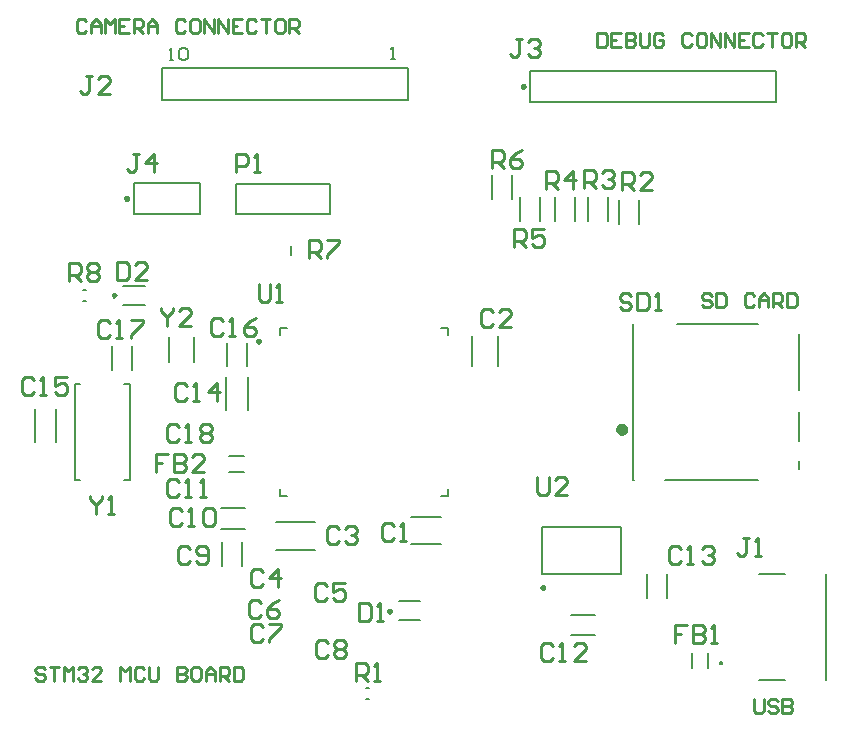
<source format=gto>
%FSTAX23Y23*%
%MOIN*%
%SFA1B1*%

%IPPOS*%
%ADD10C,0.009840*%
%ADD11C,0.019680*%
%ADD12C,0.007870*%
%ADD13C,0.005000*%
%ADD14C,0.006000*%
%ADD15C,0.010000*%
%LN5th_year_project-1*%
%LPD*%
G54D10*
X02231Y02359D02*
D01*
X02231Y02359*
X02231Y0236*
X0223Y0236*
X0223Y0236*
X0223Y02361*
X0223Y02361*
X0223Y02361*
X0223Y02362*
X0223Y02362*
X02229Y02362*
X02229Y02362*
X02229Y02363*
X02229Y02363*
X02228Y02363*
X02228Y02363*
X02228Y02363*
X02228Y02364*
X02227Y02364*
X02227Y02364*
X02227Y02364*
X02226Y02364*
X02226Y02364*
X02226*
X02225Y02364*
X02225Y02364*
X02224Y02364*
X02224Y02364*
X02224Y02364*
X02224Y02363*
X02223Y02363*
X02223Y02363*
X02223Y02363*
X02222Y02363*
X02222Y02362*
X02222Y02362*
X02222Y02362*
X02222Y02362*
X02221Y02361*
X02221Y02361*
X02221Y02361*
X02221Y0236*
X02221Y0236*
X02221Y0236*
X02221Y02359*
X02221Y02359*
X02221Y02359*
X02221Y02358*
X02221Y02358*
X02221Y02358*
X02221Y02357*
X02221Y02357*
X02221Y02357*
X02222Y02356*
X02222Y02356*
X02222Y02356*
X02222Y02356*
X02222Y02355*
X02223Y02355*
X02223Y02355*
X02223Y02355*
X02224Y02355*
X02224Y02354*
X02224Y02354*
X02224Y02354*
X02225Y02354*
X02225Y02354*
X02226Y02354*
X02226*
X02226Y02354*
X02227Y02354*
X02227Y02354*
X02227Y02354*
X02228Y02354*
X02228Y02355*
X02228Y02355*
X02228Y02355*
X02229Y02355*
X02229Y02355*
X02229Y02356*
X02229Y02356*
X0223Y02356*
X0223Y02356*
X0223Y02357*
X0223Y02357*
X0223Y02357*
X0223Y02358*
X0223Y02358*
X02231Y02358*
X02231Y02359*
X02231Y02359*
X03113Y03208D02*
D01*
X03113Y03209*
X03113Y03209*
X03113Y03209*
X03113Y0321*
X03113Y0321*
X03113Y0321*
X03113Y0321*
X03112Y03211*
X03112Y03211*
X03112Y03211*
X03112Y03212*
X03111Y03212*
X03111Y03212*
X03111Y03212*
X03111Y03212*
X0311Y03213*
X0311Y03213*
X0311Y03213*
X03109Y03213*
X03109Y03213*
X03109Y03213*
X03108Y03213*
X03108*
X03108Y03213*
X03107Y03213*
X03107Y03213*
X03107Y03213*
X03106Y03213*
X03106Y03213*
X03106Y03212*
X03105Y03212*
X03105Y03212*
X03105Y03212*
X03105Y03212*
X03104Y03211*
X03104Y03211*
X03104Y03211*
X03104Y0321*
X03104Y0321*
X03104Y0321*
X03103Y0321*
X03103Y03209*
X03103Y03209*
X03103Y03209*
X03103Y03208*
X03103Y03208*
X03103Y03207*
X03103Y03207*
X03103Y03207*
X03104Y03206*
X03104Y03206*
X03104Y03206*
X03104Y03206*
X03104Y03205*
X03104Y03205*
X03105Y03205*
X03105Y03205*
X03105Y03204*
X03105Y03204*
X03106Y03204*
X03106Y03204*
X03106Y03204*
X03107Y03203*
X03107Y03203*
X03107Y03203*
X03108Y03203*
X03108Y03203*
X03108*
X03109Y03203*
X03109Y03203*
X03109Y03203*
X0311Y03203*
X0311Y03204*
X0311Y03204*
X03111Y03204*
X03111Y03204*
X03111Y03204*
X03111Y03205*
X03112Y03205*
X03112Y03205*
X03112Y03205*
X03112Y03206*
X03113Y03206*
X03113Y03206*
X03113Y03206*
X03113Y03207*
X03113Y03207*
X03113Y03207*
X03113Y03208*
X03113Y03208*
X02666Y01459D02*
D01*
X02666Y01459*
X02666Y0146*
X02666Y0146*
X02666Y01461*
X02666Y01461*
X02665Y01461*
X02665Y01461*
X02665Y01462*
X02665Y01462*
X02665Y01462*
X02664Y01463*
X02664Y01463*
X02664Y01463*
X02664Y01463*
X02663Y01463*
X02663Y01464*
X02663Y01464*
X02662Y01464*
X02662Y01464*
X02662Y01464*
X02661Y01464*
X02661Y01464*
X02661*
X0266Y01464*
X0266Y01464*
X0266Y01464*
X02659Y01464*
X02659Y01464*
X02659Y01464*
X02658Y01463*
X02658Y01463*
X02658Y01463*
X02658Y01463*
X02657Y01463*
X02657Y01462*
X02657Y01462*
X02657Y01462*
X02657Y01461*
X02656Y01461*
X02656Y01461*
X02656Y01461*
X02656Y0146*
X02656Y0146*
X02656Y01459*
X02656Y01459*
X02656Y01459*
X02656Y01458*
X02656Y01458*
X02656Y01458*
X02656Y01457*
X02656Y01457*
X02657Y01457*
X02657Y01457*
X02657Y01456*
X02657Y01456*
X02657Y01456*
X02658Y01455*
X02658Y01455*
X02658Y01455*
X02658Y01455*
X02659Y01455*
X02659Y01455*
X02659Y01454*
X0266Y01454*
X0266Y01454*
X0266Y01454*
X02661Y01454*
X02661*
X02661Y01454*
X02662Y01454*
X02662Y01454*
X02662Y01454*
X02663Y01455*
X02663Y01455*
X02663Y01455*
X02664Y01455*
X02664Y01455*
X02664Y01455*
X02664Y01456*
X02665Y01456*
X02665Y01456*
X02665Y01457*
X02665Y01457*
X02665Y01457*
X02666Y01457*
X02666Y01458*
X02666Y01458*
X02666Y01458*
X02666Y01459*
X02666Y01459*
X01749Y02512D02*
D01*
X01749Y02513*
X01748Y02513*
X01748Y02513*
X01748Y02514*
X01748Y02514*
X01748Y02514*
X01748Y02515*
X01748Y02515*
X01748Y02515*
X01747Y02515*
X01747Y02516*
X01747Y02516*
X01747Y02516*
X01746Y02516*
X01746Y02517*
X01746Y02517*
X01745Y02517*
X01745Y02517*
X01745Y02517*
X01744Y02517*
X01744Y02517*
X01744Y02517*
X01743*
X01743Y02517*
X01743Y02517*
X01742Y02517*
X01742Y02517*
X01742Y02517*
X01741Y02517*
X01741Y02517*
X01741Y02516*
X01741Y02516*
X0174Y02516*
X0174Y02516*
X0174Y02515*
X0174Y02515*
X01739Y02515*
X01739Y02515*
X01739Y02514*
X01739Y02514*
X01739Y02514*
X01739Y02513*
X01739Y02513*
X01739Y02513*
X01739Y02512*
X01739Y02512*
X01739Y02512*
X01739Y02511*
X01739Y02511*
X01739Y02511*
X01739Y0251*
X01739Y0251*
X01739Y0251*
X0174Y02509*
X0174Y02509*
X0174Y02509*
X0174Y02509*
X01741Y02508*
X01741Y02508*
X01741Y02508*
X01741Y02508*
X01742Y02508*
X01742Y02508*
X01742Y02508*
X01743Y02507*
X01743Y02507*
X01743Y02507*
X01744*
X01744Y02507*
X01744Y02507*
X01745Y02508*
X01745Y02508*
X01745Y02508*
X01746Y02508*
X01746Y02508*
X01746Y02508*
X01747Y02508*
X01747Y02509*
X01747Y02509*
X01747Y02509*
X01748Y02509*
X01748Y0251*
X01748Y0251*
X01748Y0251*
X01748Y02511*
X01748Y02511*
X01748Y02511*
X01748Y02512*
X01749Y02512*
X01749Y02512*
X01791Y02834D02*
D01*
X01791Y02834*
X01791Y02835*
X01791Y02835*
X01791Y02836*
X01791Y02836*
X0179Y02836*
X0179Y02836*
X0179Y02837*
X0179Y02837*
X0179Y02837*
X01789Y02838*
X01789Y02838*
X01789Y02838*
X01789Y02838*
X01788Y02838*
X01788Y02839*
X01788Y02839*
X01787Y02839*
X01787Y02839*
X01787Y02839*
X01786Y02839*
X01786Y02839*
X01786*
X01785Y02839*
X01785Y02839*
X01785Y02839*
X01784Y02839*
X01784Y02839*
X01784Y02839*
X01783Y02838*
X01783Y02838*
X01783Y02838*
X01783Y02838*
X01782Y02838*
X01782Y02837*
X01782Y02837*
X01782Y02837*
X01782Y02836*
X01781Y02836*
X01781Y02836*
X01781Y02836*
X01781Y02835*
X01781Y02835*
X01781Y02834*
X01781Y02834*
X01781Y02834*
X01781Y02833*
X01781Y02833*
X01781Y02833*
X01781Y02832*
X01781Y02832*
X01782Y02832*
X01782Y02832*
X01782Y02831*
X01782Y02831*
X01782Y02831*
X01783Y0283*
X01783Y0283*
X01783Y0283*
X01783Y0283*
X01784Y0283*
X01784Y0283*
X01784Y02829*
X01785Y02829*
X01785Y02829*
X01785Y02829*
X01786Y02829*
X01786*
X01786Y02829*
X01787Y02829*
X01787Y02829*
X01787Y02829*
X01788Y0283*
X01788Y0283*
X01788Y0283*
X01789Y0283*
X01789Y0283*
X01789Y0283*
X01789Y02831*
X0179Y02831*
X0179Y02831*
X0179Y02832*
X0179Y02832*
X0179Y02832*
X01791Y02832*
X01791Y02833*
X01791Y02833*
X01791Y02833*
X01791Y02834*
X01791Y02834*
X03178Y01538D02*
D01*
X03178Y01538*
X03178Y01539*
X03178Y01539*
X03177Y01539*
X03177Y0154*
X03177Y0154*
X03177Y0154*
X03177Y0154*
X03177Y01541*
X03176Y01541*
X03176Y01541*
X03176Y01542*
X03176Y01542*
X03175Y01542*
X03175Y01542*
X03175Y01542*
X03175Y01542*
X03174Y01543*
X03174Y01543*
X03174Y01543*
X03173Y01543*
X03173Y01543*
X03173*
X03172Y01543*
X03172Y01543*
X03172Y01543*
X03171Y01543*
X03171Y01542*
X03171Y01542*
X0317Y01542*
X0317Y01542*
X0317Y01542*
X03169Y01542*
X03169Y01541*
X03169Y01541*
X03169Y01541*
X03169Y0154*
X03168Y0154*
X03168Y0154*
X03168Y0154*
X03168Y01539*
X03168Y01539*
X03168Y01539*
X03168Y01538*
X03168Y01538*
X03168Y01538*
X03168Y01537*
X03168Y01537*
X03168Y01537*
X03168Y01536*
X03168Y01536*
X03168Y01536*
X03169Y01535*
X03169Y01535*
X03169Y01535*
X03169Y01534*
X03169Y01534*
X0317Y01534*
X0317Y01534*
X0317Y01534*
X03171Y01533*
X03171Y01533*
X03171Y01533*
X03172Y01533*
X03172Y01533*
X03172Y01533*
X03173Y01533*
X03173*
X03173Y01533*
X03174Y01533*
X03174Y01533*
X03174Y01533*
X03175Y01533*
X03175Y01533*
X03175Y01534*
X03175Y01534*
X03176Y01534*
X03176Y01534*
X03176Y01534*
X03176Y01535*
X03177Y01535*
X03177Y01535*
X03177Y01536*
X03177Y01536*
X03177Y01536*
X03177Y01537*
X03178Y01537*
X03178Y01537*
X03178Y01538*
X03178Y01538*
X03355Y03387D02*
Y0334D01*
X03379*
X03387Y03348*
Y03379*
X03379Y03387*
X03355*
X03434D02*
X03402D01*
Y0334*
X03434*
X03402Y03364D02*
X03418D01*
X0345Y03387D02*
Y0334D01*
X03473*
X03481Y03348*
Y03356*
X03473Y03364*
X0345*
X03473*
X03481Y03372*
Y03379*
X03473Y03387*
X0345*
X03497D02*
Y03348D01*
X03505Y0334*
X0352*
X03528Y03348*
Y03387*
X03575Y03379D02*
X03568Y03387D01*
X03552*
X03544Y03379*
Y03348*
X03552Y0334*
X03568*
X03575Y03348*
Y03364*
X0356*
X0367Y03379D02*
X03662Y03387D01*
X03646*
X03638Y03379*
Y03348*
X03646Y0334*
X03662*
X0367Y03348*
X03709Y03387D02*
X03694D01*
X03686Y03379*
Y03348*
X03694Y0334*
X03709*
X03717Y03348*
Y03379*
X03709Y03387*
X03733Y0334D02*
Y03387D01*
X03764Y0334*
Y03387*
X0378Y0334D02*
Y03387D01*
X03812Y0334*
Y03387*
X03859D02*
X03827D01*
Y0334*
X03859*
X03827Y03364D02*
X03843D01*
X03906Y03379D02*
X03898Y03387D01*
X03882*
X03875Y03379*
Y03348*
X03882Y0334*
X03898*
X03906Y03348*
X03922Y03387D02*
X03953D01*
X03938*
Y0334*
X03993Y03387D02*
X03977D01*
X03969Y03379*
Y03348*
X03977Y0334*
X03993*
X04001Y03348*
Y03379*
X03993Y03387*
X04016Y0334D02*
Y03387D01*
X0404*
X04048Y03379*
Y03364*
X0404Y03356*
X04016*
X04032D02*
X04048Y0334D01*
X01513Y01266D02*
X01506Y01274D01*
X0149*
X01482Y01266*
Y01258*
X0149Y0125*
X01506*
X01513Y01243*
Y01235*
X01506Y01227*
X0149*
X01482Y01235*
X01529Y01274D02*
X01561D01*
X01545*
Y01227*
X01576D02*
Y01274D01*
X01592Y01258*
X01608Y01274*
Y01227*
X01624Y01266D02*
X01632Y01274D01*
X01647*
X01655Y01266*
Y01258*
X01647Y0125*
X01639*
X01647*
X01655Y01243*
Y01235*
X01647Y01227*
X01632*
X01624Y01235*
X01702Y01227D02*
X01671D01*
X01702Y01258*
Y01266*
X01695Y01274*
X01679*
X01671Y01266*
X01765Y01227D02*
Y01274D01*
X01781Y01258*
X01797Y01274*
Y01227*
X01844Y01266D02*
X01836Y01274D01*
X0182*
X01813Y01266*
Y01235*
X0182Y01227*
X01836*
X01844Y01235*
X0186Y01274D02*
Y01235D01*
X01868Y01227*
X01883*
X01891Y01235*
Y01274*
X01954D02*
Y01227D01*
X01978*
X01986Y01235*
Y01243*
X01978Y0125*
X01954*
X01978*
X01986Y01258*
Y01266*
X01978Y01274*
X01954*
X02025D02*
X02009D01*
X02002Y01266*
Y01235*
X02009Y01227*
X02025*
X02033Y01235*
Y01266*
X02025Y01274*
X02049Y01227D02*
Y01258D01*
X02065Y01274*
X0208Y01258*
Y01227*
Y0125*
X02049*
X02096Y01227D02*
Y01274D01*
X0212*
X02127Y01266*
Y0125*
X0212Y01243*
X02096*
X02112D02*
X02127Y01227D01*
X02143Y01274D02*
Y01227D01*
X02167*
X02175Y01235*
Y01266*
X02167Y01274*
X02143*
X03877Y01166D02*
Y01126D01*
X03885Y01119*
X03901*
X03909Y01126*
Y01166*
X03956Y01158D02*
X03948Y01166D01*
X03933*
X03925Y01158*
Y0115*
X03933Y01142*
X03948*
X03956Y01134*
Y01126*
X03948Y01119*
X03933*
X03925Y01126*
X03972Y01166D02*
Y01119D01*
X03996*
X04003Y01126*
Y01134*
X03996Y01142*
X03972*
X03996*
X04003Y0115*
Y01158*
X03996Y01166*
X03972*
X01651Y03425D02*
X01643Y03433D01*
X01628*
X0162Y03425*
Y03393*
X01628Y03385*
X01643*
X01651Y03393*
X01667Y03385D02*
Y03417D01*
X01683Y03433*
X01699Y03417*
Y03385*
Y03409*
X01667*
X01714Y03385D02*
Y03433D01*
X0173Y03417*
X01746Y03433*
Y03385*
X01793Y03433D02*
X01762D01*
Y03385*
X01793*
X01762Y03409D02*
X01777D01*
X01809Y03385D02*
Y03433D01*
X01832*
X0184Y03425*
Y03409*
X01832Y03401*
X01809*
X01824D02*
X0184Y03385D01*
X01856D02*
Y03417D01*
X01872Y03433*
X01887Y03417*
Y03385*
Y03409*
X01856*
X01982Y03425D02*
X01974Y03433D01*
X01958*
X0195Y03425*
Y03393*
X01958Y03385*
X01974*
X01982Y03393*
X02021Y03433D02*
X02006D01*
X01998Y03425*
Y03393*
X02006Y03385*
X02021*
X02029Y03393*
Y03425*
X02021Y03433*
X02045Y03385D02*
Y03433D01*
X02076Y03385*
Y03433*
X02092Y03385D02*
Y03433D01*
X02124Y03385*
Y03433*
X02171D02*
X02139D01*
Y03385*
X02171*
X02139Y03409D02*
X02155D01*
X02218Y03425D02*
X0221Y03433D01*
X02194*
X02187Y03425*
Y03393*
X02194Y03385*
X0221*
X02218Y03393*
X02234Y03433D02*
X02265D01*
X0225*
Y03385*
X02305Y03433D02*
X02289D01*
X02281Y03425*
Y03393*
X02289Y03385*
X02305*
X02313Y03393*
Y03425*
X02305Y03433*
X02328Y03385D02*
Y03433D01*
X02352*
X0236Y03425*
Y03409*
X02352Y03401*
X02328*
X02344D02*
X0236Y03385D01*
X03736Y0251D02*
X03728Y02518D01*
X03712*
X03704Y0251*
Y02502*
X03712Y02495*
X03728*
X03736Y02487*
Y02479*
X03728Y02471*
X03712*
X03704Y02479*
X03752Y02518D02*
Y02471D01*
X03775*
X03783Y02479*
Y0251*
X03775Y02518*
X03752*
X03878Y0251D02*
X0387Y02518D01*
X03854*
X03846Y0251*
Y02479*
X03854Y02471*
X0387*
X03878Y02479*
X03893Y02471D02*
Y02502D01*
X03909Y02518*
X03925Y02502*
Y02471*
Y02495*
X03893*
X0394Y02471D02*
Y02518D01*
X03964*
X03972Y0251*
Y02495*
X03964Y02487*
X0394*
X03956D02*
X03972Y02471D01*
X03988Y02518D02*
Y02471D01*
X04011*
X04019Y02479*
Y0251*
X04011Y02518*
X03988*
G54D11*
X03448Y02063D02*
D01*
X03448Y02064*
X03447Y02065*
X03447Y02065*
X03447Y02066*
X03447Y02067*
X03447Y02067*
X03446Y02068*
X03446Y02068*
X03446Y02069*
X03445Y0207*
X03445Y0207*
X03444Y02071*
X03444Y02071*
X03443Y02071*
X03443Y02072*
X03442Y02072*
X03441Y02072*
X03441Y02073*
X0344Y02073*
X03439Y02073*
X03439Y02073*
X03438Y02073*
X03437*
X03437Y02073*
X03436Y02073*
X03435Y02073*
X03435Y02073*
X03434Y02072*
X03433Y02072*
X03433Y02072*
X03432Y02071*
X03432Y02071*
X03431Y02071*
X03431Y0207*
X0343Y0207*
X0343Y02069*
X03429Y02068*
X03429Y02068*
X03429Y02067*
X03428Y02067*
X03428Y02066*
X03428Y02065*
X03428Y02065*
X03428Y02064*
X03428Y02063*
X03428Y02063*
X03428Y02062*
X03428Y02061*
X03428Y02061*
X03428Y0206*
X03429Y02059*
X03429Y02059*
X03429Y02058*
X0343Y02057*
X0343Y02057*
X03431Y02056*
X03431Y02056*
X03432Y02056*
X03432Y02055*
X03433Y02055*
X03433Y02054*
X03434Y02054*
X03435Y02054*
X03435Y02054*
X03436Y02054*
X03437Y02053*
X03437Y02053*
X03438*
X03439Y02053*
X03439Y02054*
X0344Y02054*
X03441Y02054*
X03441Y02054*
X03442Y02054*
X03443Y02055*
X03443Y02055*
X03444Y02056*
X03444Y02056*
X03445Y02056*
X03445Y02057*
X03446Y02057*
X03446Y02058*
X03446Y02059*
X03447Y02059*
X03447Y0206*
X03447Y02061*
X03447Y02061*
X03447Y02062*
X03448Y02063*
X03448Y02063*
G54D12*
X03772Y01285D02*
D01*
X03772Y01285*
X03772Y01286*
X03772Y01286*
X03772Y01286*
X03772Y01286*
X03772Y01287*
X03771Y01287*
X03771Y01287*
X03771Y01287*
X03771Y01288*
X03771Y01288*
X03771Y01288*
X0377Y01288*
X0377Y01288*
X0377Y01288*
X0377Y01289*
X03769Y01289*
X03769Y01289*
X03769Y01289*
X03769Y01289*
X03768Y01289*
X03768Y01289*
X03768*
X03768Y01289*
X03767Y01289*
X03767Y01289*
X03767Y01289*
X03767Y01289*
X03766Y01289*
X03766Y01288*
X03766Y01288*
X03766Y01288*
X03765Y01288*
X03765Y01288*
X03765Y01288*
X03765Y01287*
X03765Y01287*
X03765Y01287*
X03764Y01287*
X03764Y01286*
X03764Y01286*
X03764Y01286*
X03764Y01286*
X03764Y01285*
X03764Y01285*
X03764Y01285*
X03764Y01284*
X03764Y01284*
X03764Y01284*
X03764Y01284*
X03764Y01283*
X03765Y01283*
X03765Y01283*
X03765Y01283*
X03765Y01282*
X03765Y01282*
X03765Y01282*
X03766Y01282*
X03766Y01282*
X03766Y01282*
X03766Y01281*
X03767Y01281*
X03767Y01281*
X03767Y01281*
X03767Y01281*
X03768Y01281*
X03768Y01281*
X03768*
X03768Y01281*
X03769Y01281*
X03769Y01281*
X03769Y01281*
X03769Y01281*
X0377Y01281*
X0377Y01282*
X0377Y01282*
X0377Y01282*
X03771Y01282*
X03771Y01282*
X03771Y01282*
X03771Y01283*
X03771Y01283*
X03771Y01283*
X03772Y01283*
X03772Y01284*
X03772Y01284*
X03772Y01284*
X03772Y01284*
X03772Y01285*
X03772Y01285*
X02297Y02402D02*
X02319D01*
X02833D02*
X02856D01*
Y01843D02*
Y01866D01*
Y0238D02*
Y02402D01*
X02297Y01843D02*
X02319D01*
X02833D02*
X02856D01*
X02297D02*
Y01866D01*
Y0238D02*
Y02402D01*
X01778Y02217D02*
X01796D01*
X01613D02*
X0163D01*
X01613Y01896D02*
Y02217D01*
X01778Y01896D02*
X01796D01*
X01613D02*
X0163D01*
X01796D02*
Y02217D01*
X0148Y02023D02*
Y02134D01*
X01551Y02023D02*
Y02134D01*
X02117Y02129D02*
Y0224D01*
X02189Y02129D02*
Y0224D01*
X02936Y02277D02*
Y02376D01*
X03024Y02277D02*
Y02376D01*
X04026Y01931D02*
Y01959D01*
Y02197D02*
Y02383D01*
Y02026D02*
Y02124D01*
X03581Y01897D02*
X03892D01*
X03473D02*
X03477D01*
X03473D02*
Y02417D01*
X03619D02*
X03892D01*
X03132Y0326D02*
X03951D01*
Y03156D02*
Y0326D01*
X03132Y03156D02*
X03951D01*
X03132D02*
Y0326D01*
X03072Y02834D02*
Y02913D01*
X03005Y02834D02*
Y02913D01*
X03427Y0275D02*
Y02829D01*
X03494Y0275D02*
Y02829D01*
X03324Y02759D02*
Y02838D01*
X03391Y02759D02*
Y02838D01*
X03214Y02759D02*
Y02838D01*
X03281Y02759D02*
Y02838D01*
X03163Y02759D02*
Y02838D01*
X03096Y02759D02*
Y02838D01*
X03588Y01504D02*
Y01583D01*
X03521Y01504D02*
Y01583D01*
X02724Y03164D02*
Y03268D01*
X01905D02*
X02724D01*
X01905Y03164D02*
Y03268D01*
Y03164D02*
X02724D01*
X01926Y02288D02*
Y02373D01*
X0201Y02288D02*
Y02373D01*
X02693Y01491D02*
X02764D01*
X02693Y01428D02*
X02764D01*
X01775Y02479D02*
X01846D01*
X01775Y02544D02*
X01846D01*
X02149Y02784D02*
X02464D01*
Y02884*
X02149D02*
X02464D01*
X02149Y02784D02*
Y02884D01*
X01811Y02886D02*
X02031D01*
Y02782D02*
Y02886D01*
X01811Y02782D02*
X02031D01*
X01811D02*
Y02886D01*
X01738Y02263D02*
Y02342D01*
X01805Y02263D02*
Y02342D01*
X02128Y01922D02*
X02178D01*
X02128Y01975D02*
X02178D01*
X02733Y01772D02*
X02833D01*
X02733Y01684D02*
X02833D01*
X0212Y02275D02*
Y02354D01*
X02187Y02275D02*
Y02354D01*
X02334Y02645D02*
Y02677D01*
X01642Y02494D02*
X01652D01*
X01642Y02529D02*
X01652D01*
X02585Y01167D02*
X02595D01*
X02585Y01202D02*
X02595D01*
X02102Y01734D02*
X02181D01*
X02102Y01801D02*
X02181D01*
X02171Y0161D02*
Y01689D01*
X02104Y0161D02*
Y01689D01*
X02285Y01755D02*
X02415D01*
X02285Y01662D02*
X02415D01*
X03171Y01584D02*
X03435D01*
X03171Y01738D02*
X03435D01*
X03171Y01584D02*
Y01738D01*
X03435Y01584D02*
Y01738D01*
X03267Y01446D02*
X03346D01*
X03267Y01379D02*
X03346D01*
X03723Y0127D02*
Y0132D01*
X0367Y0127D02*
Y0132D01*
G54D13*
X03893Y01581D02*
X0398D01*
X03893Y01229D02*
X0398D01*
X04116D02*
Y01581D01*
G54D14*
X02668Y033D02*
X02681D01*
X02674*
Y0334*
X02668Y03333*
X01929Y03296D02*
X01942D01*
X01935*
Y03336*
X01929Y03329*
X01962D02*
X01969Y03336D01*
X01982*
X01989Y03329*
Y03302*
X01982Y03296*
X01969*
X01962Y03302*
Y03329*
G54D15*
X0386Y01703D02*
X0384D01*
X0385*
Y01653*
X0384Y01643*
X0383*
X0382Y01653*
X0388Y01643D02*
X039D01*
X0389*
Y01703*
X0388Y01693*
X01901Y02468D02*
Y02458D01*
X01921Y02438*
X01941Y02458*
Y02468*
X01921Y02438D02*
Y02408D01*
X02001D02*
X01961D01*
X02001Y02448*
Y02458*
X01991Y02468*
X01971*
X01961Y02458*
X01663Y01843D02*
Y01833D01*
X01683Y01813*
X01703Y01833*
Y01843*
X01683Y01813D02*
Y01783D01*
X01723D02*
X01743D01*
X01733*
Y01843*
X01723Y01833*
X03154Y01907D02*
Y01857D01*
X03164Y01847*
X03184*
X03194Y01857*
Y01907*
X03254Y01847D02*
X03214D01*
X03254Y01887*
Y01897*
X03244Y01907*
X03224*
X03214Y01897*
X02226Y02549D02*
Y025D01*
X02236Y0249*
X02255*
X02265Y025*
Y02549*
X02285Y0249D02*
X02305D01*
X02295*
Y02549*
X02285Y02539*
X03468Y0251D02*
X03458Y0252D01*
X03439*
X03429Y0251*
Y025*
X03439Y0249*
X03458*
X03468Y0248*
Y02471*
X03458Y02461*
X03439*
X03429Y02471*
X03488Y0252D02*
Y02461D01*
X03518*
X03528Y02471*
Y0251*
X03518Y0252*
X03488*
X03548Y02461D02*
X03568D01*
X03558*
Y0252*
X03548Y0251*
X01595Y0256D02*
Y0262D01*
X01625*
X01635Y0261*
Y0259*
X01625Y0258*
X01595*
X01615D02*
X01635Y0256D01*
X01655Y0261D02*
X01665Y0262D01*
X01685*
X01695Y0261*
Y026*
X01685Y0259*
X01695Y0258*
Y0257*
X01685Y0256*
X01665*
X01655Y0257*
Y0258*
X01665Y0259*
X01655Y026*
Y0261*
X01665Y0259D02*
X01685D01*
X02395Y02637D02*
Y02697D01*
X02425*
X02435Y02687*
Y02667*
X02425Y02657*
X02395*
X02415D02*
X02435Y02637D01*
X02455Y02697D02*
X02495D01*
Y02687*
X02455Y02647*
Y02637*
X03004Y02937D02*
Y02997D01*
X03034*
X03044Y02987*
Y02967*
X03034Y02957*
X03004*
X03024D02*
X03044Y02937D01*
X03104Y02997D02*
X03084Y02987D01*
X03064Y02967*
Y02947*
X03074Y02937*
X03094*
X03104Y02947*
Y02957*
X03094Y02967*
X03064*
X03077Y02674D02*
Y02734D01*
X03107*
X03117Y02724*
Y02704*
X03107Y02694*
X03077*
X03097D02*
X03117Y02674D01*
X03177Y02734D02*
X03137D01*
Y02704*
X03157Y02714*
X03167*
X03177Y02704*
Y02684*
X03167Y02674*
X03147*
X03137Y02684*
X03183Y02865D02*
Y02925D01*
X03213*
X03223Y02915*
Y02895*
X03213Y02885*
X03183*
X03203D02*
X03223Y02865D01*
X03273D02*
Y02925D01*
X03243Y02895*
X03283*
X0331Y02868D02*
Y02928D01*
X0334*
X0335Y02918*
Y02898*
X0334Y02888*
X0331*
X0333D02*
X0335Y02868D01*
X0337Y02918D02*
X0338Y02928D01*
X034*
X0341Y02918*
Y02908*
X034Y02898*
X0339*
X034*
X0341Y02888*
Y02878*
X034Y02868*
X0338*
X0337Y02878*
X03438Y02864D02*
Y02924D01*
X03468*
X03478Y02914*
Y02894*
X03468Y02884*
X03438*
X03458D02*
X03478Y02864D01*
X03538D02*
X03498D01*
X03538Y02904*
Y02914*
X03528Y02924*
X03508*
X03498Y02914*
X02551Y01226D02*
Y01286D01*
X02581*
X02591Y01276*
Y01256*
X02581Y01246*
X02551*
X02571D02*
X02591Y01226D01*
X02611D02*
X02631D01*
X02621*
Y01286*
X02611Y01276*
X0215Y02924D02*
Y02983D01*
X02179*
X02189Y02973*
Y02953*
X02179Y02943*
X0215*
X02209Y02924D02*
X02229D01*
X02219*
Y02983*
X02209Y02973*
X01826Y02983D02*
X01806D01*
X01816*
Y02934*
X01806Y02924*
X01797*
X01787Y02934*
X01876Y02924D02*
Y02983D01*
X01846Y02953*
X01886*
X03104Y03365D02*
X03084D01*
X03094*
Y03315*
X03084Y03305*
X03074*
X03064Y03315*
X03124Y03355D02*
X03134Y03365D01*
X03154*
X03164Y03355*
Y03345*
X03154Y03335*
X03144*
X03154*
X03164Y03325*
Y03315*
X03154Y03305*
X03134*
X03124Y03315*
X01671Y03244D02*
X01651D01*
X01661*
Y03194*
X01651Y03184*
X01641*
X01631Y03194*
X01731Y03184D02*
X01691D01*
X01731Y03224*
Y03234*
X01721Y03244*
X01701*
X01691Y03234*
X01925Y01984D02*
X01885D01*
Y01954*
X01905*
X01885*
Y01924*
X01945Y01984D02*
Y01924D01*
X01975*
X01985Y01934*
Y01944*
X01975Y01954*
X01945*
X01975*
X01985Y01964*
Y01974*
X01975Y01984*
X01945*
X02045Y01924D02*
X02005D01*
X02045Y01964*
Y01974*
X02035Y01984*
X02015*
X02005Y01974*
X03653Y01411D02*
X03613D01*
Y01381*
X03633*
X03613*
Y01351*
X03673Y01411D02*
Y01351D01*
X03703*
X03713Y01361*
Y01371*
X03703Y01381*
X03673*
X03703*
X03713Y01391*
Y01401*
X03703Y01411*
X03673*
X03733Y01351D02*
X03753D01*
X03743*
Y01411*
X03733Y01401*
X01753Y02624D02*
Y02564D01*
X01783*
X01793Y02574*
Y02614*
X01783Y02624*
X01753*
X01853Y02564D02*
X01813D01*
X01853Y02604*
Y02614*
X01843Y02624*
X01823*
X01813Y02614*
X02559Y01486D02*
Y01426D01*
X02589*
X02599Y01436*
Y01476*
X02589Y01486*
X02559*
X02619Y01426D02*
X02639D01*
X02629*
Y01486*
X02619Y01476*
X01961Y02071D02*
X01951Y02081D01*
X01931*
X01921Y02071*
Y02031*
X01931Y02021*
X01951*
X01961Y02031*
X01981Y02021D02*
X02001D01*
X01991*
Y02081*
X01981Y02071*
X02031D02*
X02041Y02081D01*
X02061*
X02071Y02071*
Y02061*
X02061Y02051*
X02071Y02041*
Y02031*
X02061Y02021*
X02041*
X02031Y02031*
Y02041*
X02041Y02051*
X02031Y02061*
Y02071*
X02041Y02051D02*
X02061D01*
X01731Y02419D02*
X01721Y02429D01*
X01701*
X01691Y02419*
Y02379*
X01701Y02369*
X01721*
X01731Y02379*
X01751Y02369D02*
X01771D01*
X01761*
Y02429*
X01751Y02419*
X01801Y02429D02*
X01841D01*
Y02419*
X01801Y02379*
Y02369*
X02106Y02425D02*
X02096Y02435D01*
X02076*
X02066Y02425*
Y02385*
X02076Y02375*
X02096*
X02106Y02385*
X02126Y02375D02*
X02146D01*
X02136*
Y02435*
X02126Y02425*
X02216Y02435D02*
X02196Y02425D01*
X02176Y02405*
Y02385*
X02186Y02375*
X02206*
X02216Y02385*
Y02395*
X02206Y02405*
X02176*
X01476Y02228D02*
X01466Y02238D01*
X01446*
X01436Y02228*
Y02188*
X01446Y02178*
X01466*
X01476Y02188*
X01496Y02178D02*
X01516D01*
X01506*
Y02238*
X01496Y02228*
X01586Y02238D02*
X01546D01*
Y02208*
X01566Y02218*
X01576*
X01586Y02208*
Y02188*
X01576Y02178*
X01556*
X01546Y02188*
X01986Y0221D02*
X01976Y0222D01*
X01956*
X01946Y0221*
Y0217*
X01956Y0216*
X01976*
X01986Y0217*
X02006Y0216D02*
X02026D01*
X02016*
Y0222*
X02006Y0221*
X02086Y0216D02*
Y0222D01*
X02056Y0219*
X02096*
X03635Y01666D02*
X03625Y01676D01*
X03605*
X03595Y01666*
Y01626*
X03605Y01616*
X03625*
X03635Y01626*
X03655Y01616D02*
X03675D01*
X03665*
Y01676*
X03655Y01666*
X03705D02*
X03715Y01676D01*
X03735*
X03745Y01666*
Y01656*
X03735Y01646*
X03725*
X03735*
X03745Y01636*
Y01626*
X03735Y01616*
X03715*
X03705Y01626*
X03208Y01344D02*
X03198Y01354D01*
X03178*
X03168Y01344*
Y01304*
X03178Y01294*
X03198*
X03208Y01304*
X03228Y01294D02*
X03248D01*
X03238*
Y01354*
X03228Y01344*
X03318Y01294D02*
X03278D01*
X03318Y01334*
Y01344*
X03308Y01354*
X03288*
X03278Y01344*
X01959Y0189D02*
X01949Y019D01*
X01929*
X01919Y0189*
Y0185*
X01929Y0184*
X01949*
X01959Y0185*
X01979Y0184D02*
X01999D01*
X01989*
Y019*
X01979Y0189*
X02029Y0184D02*
X02049D01*
X02039*
Y019*
X02029Y0189*
X01972Y01791D02*
X01962Y01801D01*
X01942*
X01932Y01791*
Y01751*
X01942Y01741*
X01962*
X01972Y01751*
X01992Y01741D02*
X02012D01*
X02002*
Y01801*
X01992Y01791*
X02042D02*
X02052Y01801D01*
X02072*
X02082Y01791*
Y01751*
X02072Y01741*
X02052*
X02042Y01751*
Y01791*
X01997Y01665D02*
X01987Y01675D01*
X01967*
X01957Y01665*
Y01625*
X01967Y01615*
X01987*
X01997Y01625*
X02017D02*
X02027Y01615D01*
X02047*
X02057Y01625*
Y01665*
X02047Y01675*
X02027*
X02017Y01665*
Y01655*
X02027Y01645*
X02057*
X02458Y01354D02*
X02448Y01364D01*
X02428*
X02418Y01354*
Y01314*
X02428Y01304*
X02448*
X02458Y01314*
X02478Y01354D02*
X02488Y01364D01*
X02508*
X02518Y01354*
Y01344*
X02508Y01334*
X02518Y01324*
Y01314*
X02508Y01304*
X02488*
X02478Y01314*
Y01324*
X02488Y01334*
X02478Y01344*
Y01354*
X02488Y01334D02*
X02508D01*
X0224Y01405D02*
X0223Y01415D01*
X02211*
X02201Y01405*
Y01365*
X02211Y01355*
X0223*
X0224Y01365*
X0226Y01415D02*
X023D01*
Y01405*
X0226Y01365*
Y01355*
X02235Y01486D02*
X02225Y01496D01*
X02205*
X02195Y01486*
Y01446*
X02205Y01436*
X02225*
X02235Y01446*
X02295Y01496D02*
X02275Y01486D01*
X02255Y01466*
Y01446*
X02265Y01436*
X02285*
X02295Y01446*
Y01456*
X02285Y01466*
X02255*
X02453Y01541D02*
X02443Y01551D01*
X02423*
X02413Y01541*
Y01501*
X02423Y01491*
X02443*
X02453Y01501*
X02513Y01551D02*
X02473D01*
Y01521*
X02493Y01531*
X02503*
X02513Y01521*
Y01501*
X02503Y01491*
X02483*
X02473Y01501*
X0224Y01588D02*
X0223Y01598D01*
X0221*
X022Y01588*
Y01548*
X0221Y01538*
X0223*
X0224Y01548*
X02289Y01538D02*
Y01598D01*
X0226Y01568*
X02299*
X02493Y01732D02*
X02483Y01742D01*
X02463*
X02453Y01732*
Y01692*
X02463Y01682*
X02483*
X02493Y01692*
X02513Y01732D02*
X02523Y01742D01*
X02543*
X02553Y01732*
Y01722*
X02543Y01712*
X02533*
X02543*
X02553Y01702*
Y01692*
X02543Y01682*
X02523*
X02513Y01692*
X03007Y02457D02*
X02997Y02467D01*
X02977*
X02967Y02457*
Y02417*
X02977Y02407*
X02997*
X03007Y02417*
X03067Y02407D02*
X03027D01*
X03067Y02447*
Y02457*
X03057Y02467*
X03037*
X03027Y02457*
X02677Y01744D02*
X02667Y01754D01*
X02647*
X02637Y01744*
Y01704*
X02647Y01694*
X02667*
X02677Y01704*
X02697Y01694D02*
X02717D01*
X02707*
Y01754*
X02697Y01744*
M02*
</source>
